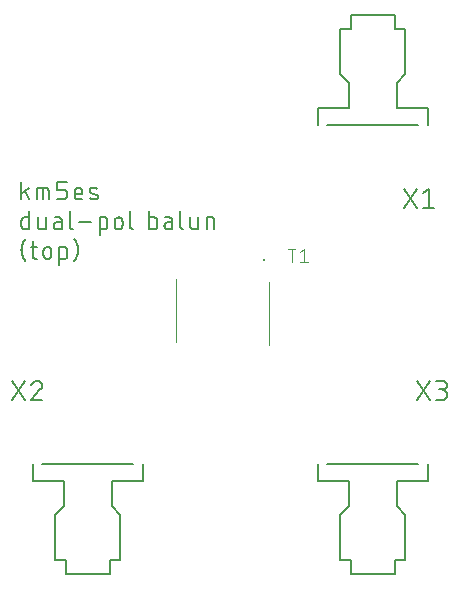
<source format=gbr>
G04 EAGLE Gerber RS-274X export*
G75*
%MOIN*%
%FSLAX34Y34*%
%LPD*%
%INSilkscreen Top*%
%IPPOS*%
%AMOC8*
5,1,8,0,0,1.08239X$1,22.5*%
G01*
%ADD10C,0.007000*%
%ADD11C,0.003937*%
%ADD12C,0.003937*%
%ADD13C,0.004000*%
%ADD14C,0.008000*%
%ADD15C,0.006000*%


D10*
X785Y8765D02*
X785Y9355D01*
X1047Y9158D02*
X785Y8962D01*
X900Y9044D02*
X1047Y8765D01*
X1297Y8765D02*
X1297Y9158D01*
X1592Y9158D01*
X1609Y9157D01*
X1626Y9152D01*
X1641Y9145D01*
X1655Y9135D01*
X1667Y9123D01*
X1677Y9109D01*
X1684Y9094D01*
X1689Y9077D01*
X1690Y9060D01*
X1691Y9060D02*
X1691Y8765D01*
X1494Y8765D02*
X1494Y9158D01*
X1974Y8765D02*
X2170Y8765D01*
X2190Y8767D01*
X2210Y8771D01*
X2229Y8779D01*
X2247Y8790D01*
X2263Y8803D01*
X2276Y8819D01*
X2287Y8837D01*
X2295Y8856D01*
X2299Y8876D01*
X2301Y8896D01*
X2302Y8896D02*
X2302Y8962D01*
X2301Y8962D02*
X2299Y8982D01*
X2295Y9002D01*
X2287Y9021D01*
X2276Y9039D01*
X2263Y9055D01*
X2247Y9068D01*
X2229Y9079D01*
X2210Y9087D01*
X2190Y9091D01*
X2170Y9093D01*
X1974Y9093D01*
X1974Y9355D01*
X2302Y9355D01*
X2651Y8765D02*
X2815Y8765D01*
X2651Y8765D02*
X2634Y8766D01*
X2617Y8771D01*
X2602Y8778D01*
X2588Y8788D01*
X2576Y8800D01*
X2566Y8814D01*
X2559Y8829D01*
X2554Y8846D01*
X2553Y8863D01*
X2553Y9027D01*
X2555Y9049D01*
X2560Y9070D01*
X2569Y9089D01*
X2581Y9107D01*
X2595Y9123D01*
X2612Y9137D01*
X2631Y9147D01*
X2652Y9154D01*
X2673Y9158D01*
X2695Y9158D01*
X2716Y9154D01*
X2737Y9147D01*
X2756Y9137D01*
X2773Y9123D01*
X2787Y9107D01*
X2799Y9089D01*
X2808Y9070D01*
X2813Y9049D01*
X2815Y9027D01*
X2815Y8962D01*
X2553Y8962D01*
X3109Y8994D02*
X3273Y8929D01*
X3109Y8994D02*
X3095Y9002D01*
X3081Y9012D01*
X3071Y9025D01*
X3063Y9040D01*
X3058Y9056D01*
X3056Y9073D01*
X3058Y9090D01*
X3063Y9106D01*
X3071Y9121D01*
X3081Y9134D01*
X3094Y9144D01*
X3109Y9152D01*
X3125Y9157D01*
X3142Y9158D01*
X3180Y9155D01*
X3218Y9149D01*
X3254Y9139D01*
X3290Y9125D01*
X3273Y8929D02*
X3287Y8921D01*
X3301Y8911D01*
X3311Y8898D01*
X3319Y8883D01*
X3324Y8867D01*
X3326Y8850D01*
X3324Y8833D01*
X3319Y8817D01*
X3311Y8802D01*
X3301Y8789D01*
X3288Y8779D01*
X3273Y8771D01*
X3257Y8766D01*
X3240Y8765D01*
X3194Y8768D01*
X3149Y8774D01*
X3104Y8784D01*
X3060Y8798D01*
X1047Y8365D02*
X1047Y7775D01*
X883Y7775D01*
X866Y7776D01*
X849Y7781D01*
X834Y7788D01*
X820Y7798D01*
X808Y7810D01*
X798Y7824D01*
X791Y7839D01*
X786Y7856D01*
X785Y7873D01*
X785Y8070D01*
X786Y8087D01*
X791Y8104D01*
X798Y8119D01*
X808Y8133D01*
X820Y8145D01*
X834Y8155D01*
X849Y8162D01*
X866Y8167D01*
X883Y8168D01*
X1047Y8168D01*
X1335Y8168D02*
X1335Y7873D01*
X1336Y7856D01*
X1341Y7839D01*
X1348Y7824D01*
X1358Y7810D01*
X1370Y7798D01*
X1384Y7788D01*
X1399Y7781D01*
X1416Y7776D01*
X1433Y7775D01*
X1597Y7775D01*
X1597Y8168D01*
X1973Y8004D02*
X2120Y8004D01*
X1973Y8005D02*
X1953Y8003D01*
X1934Y7998D01*
X1916Y7990D01*
X1899Y7978D01*
X1885Y7964D01*
X1873Y7948D01*
X1865Y7929D01*
X1860Y7910D01*
X1858Y7890D01*
X1860Y7870D01*
X1865Y7851D01*
X1873Y7833D01*
X1885Y7816D01*
X1899Y7802D01*
X1915Y7790D01*
X1934Y7782D01*
X1953Y7777D01*
X1973Y7775D01*
X2120Y7775D01*
X2120Y8070D01*
X2119Y8087D01*
X2114Y8104D01*
X2107Y8119D01*
X2097Y8133D01*
X2085Y8145D01*
X2071Y8155D01*
X2056Y8162D01*
X2039Y8167D01*
X2022Y8168D01*
X1891Y8168D01*
X2395Y8365D02*
X2395Y7873D01*
X2396Y7856D01*
X2401Y7839D01*
X2408Y7824D01*
X2418Y7810D01*
X2430Y7798D01*
X2444Y7788D01*
X2459Y7781D01*
X2476Y7776D01*
X2493Y7775D01*
X2713Y8004D02*
X3106Y8004D01*
X3386Y8168D02*
X3386Y7578D01*
X3386Y8168D02*
X3550Y8168D01*
X3569Y8166D01*
X3588Y8161D01*
X3604Y8151D01*
X3619Y8139D01*
X3631Y8124D01*
X3641Y8108D01*
X3646Y8089D01*
X3648Y8070D01*
X3648Y7873D01*
X3647Y7856D01*
X3642Y7839D01*
X3635Y7824D01*
X3625Y7810D01*
X3613Y7798D01*
X3599Y7788D01*
X3584Y7781D01*
X3567Y7776D01*
X3550Y7775D01*
X3386Y7775D01*
X3890Y7906D02*
X3890Y8037D01*
X3892Y8059D01*
X3897Y8080D01*
X3906Y8099D01*
X3918Y8117D01*
X3932Y8133D01*
X3949Y8147D01*
X3968Y8157D01*
X3989Y8164D01*
X4010Y8168D01*
X4032Y8168D01*
X4053Y8164D01*
X4074Y8157D01*
X4093Y8147D01*
X4110Y8133D01*
X4124Y8117D01*
X4136Y8099D01*
X4145Y8080D01*
X4150Y8059D01*
X4152Y8037D01*
X4152Y7906D01*
X4150Y7884D01*
X4145Y7863D01*
X4136Y7844D01*
X4124Y7826D01*
X4110Y7810D01*
X4093Y7796D01*
X4074Y7786D01*
X4053Y7779D01*
X4032Y7775D01*
X4010Y7775D01*
X3989Y7779D01*
X3968Y7786D01*
X3949Y7796D01*
X3932Y7810D01*
X3918Y7826D01*
X3906Y7844D01*
X3897Y7863D01*
X3892Y7884D01*
X3890Y7906D01*
X4404Y7873D02*
X4404Y8365D01*
X4404Y7873D02*
X4405Y7856D01*
X4410Y7839D01*
X4417Y7824D01*
X4427Y7810D01*
X4439Y7798D01*
X4453Y7788D01*
X4468Y7781D01*
X4485Y7776D01*
X4502Y7775D01*
X5044Y7775D02*
X5044Y8365D01*
X5044Y7775D02*
X5208Y7775D01*
X5227Y7777D01*
X5246Y7782D01*
X5262Y7792D01*
X5277Y7804D01*
X5289Y7819D01*
X5299Y7835D01*
X5304Y7854D01*
X5306Y7873D01*
X5307Y7873D02*
X5307Y8070D01*
X5306Y8070D02*
X5305Y8087D01*
X5300Y8104D01*
X5293Y8119D01*
X5283Y8133D01*
X5271Y8145D01*
X5257Y8155D01*
X5242Y8162D01*
X5225Y8167D01*
X5208Y8168D01*
X5044Y8168D01*
X5660Y8004D02*
X5807Y8004D01*
X5660Y8005D02*
X5640Y8003D01*
X5621Y7998D01*
X5603Y7990D01*
X5586Y7978D01*
X5572Y7964D01*
X5560Y7948D01*
X5552Y7929D01*
X5547Y7910D01*
X5545Y7890D01*
X5547Y7870D01*
X5552Y7851D01*
X5560Y7833D01*
X5572Y7816D01*
X5586Y7802D01*
X5603Y7790D01*
X5621Y7782D01*
X5640Y7777D01*
X5660Y7775D01*
X5807Y7775D01*
X5807Y8070D01*
X5806Y8087D01*
X5801Y8104D01*
X5794Y8119D01*
X5784Y8133D01*
X5772Y8145D01*
X5758Y8155D01*
X5743Y8162D01*
X5726Y8167D01*
X5709Y8168D01*
X5578Y8168D01*
X6082Y8365D02*
X6082Y7873D01*
X6083Y7856D01*
X6088Y7839D01*
X6095Y7824D01*
X6105Y7810D01*
X6117Y7798D01*
X6131Y7788D01*
X6146Y7781D01*
X6163Y7776D01*
X6180Y7775D01*
X6407Y7873D02*
X6407Y8168D01*
X6407Y7873D02*
X6408Y7856D01*
X6413Y7839D01*
X6420Y7824D01*
X6430Y7810D01*
X6442Y7798D01*
X6456Y7788D01*
X6471Y7781D01*
X6488Y7776D01*
X6505Y7775D01*
X6669Y7775D01*
X6669Y8168D01*
X6953Y8168D02*
X6953Y7775D01*
X6953Y8168D02*
X7117Y8168D01*
X7136Y8166D01*
X7155Y8161D01*
X7171Y8151D01*
X7186Y8139D01*
X7198Y8124D01*
X7208Y8108D01*
X7213Y8089D01*
X7215Y8070D01*
X7215Y7775D01*
X916Y7440D02*
X889Y7406D01*
X866Y7370D01*
X845Y7332D01*
X827Y7292D01*
X812Y7251D01*
X800Y7209D01*
X792Y7167D01*
X787Y7123D01*
X785Y7080D01*
X787Y7037D01*
X792Y6993D01*
X800Y6951D01*
X812Y6909D01*
X827Y6868D01*
X845Y6828D01*
X866Y6790D01*
X889Y6754D01*
X916Y6720D01*
X1097Y7178D02*
X1293Y7178D01*
X1162Y7375D02*
X1162Y6883D01*
X1163Y6866D01*
X1168Y6849D01*
X1175Y6834D01*
X1185Y6820D01*
X1197Y6808D01*
X1211Y6798D01*
X1226Y6791D01*
X1243Y6786D01*
X1260Y6785D01*
X1293Y6785D01*
X1518Y6916D02*
X1518Y7047D01*
X1520Y7069D01*
X1525Y7090D01*
X1534Y7109D01*
X1546Y7127D01*
X1560Y7143D01*
X1577Y7157D01*
X1596Y7167D01*
X1617Y7174D01*
X1638Y7178D01*
X1660Y7178D01*
X1681Y7174D01*
X1702Y7167D01*
X1721Y7157D01*
X1738Y7143D01*
X1752Y7127D01*
X1764Y7109D01*
X1773Y7090D01*
X1778Y7069D01*
X1780Y7047D01*
X1780Y6916D01*
X1778Y6894D01*
X1773Y6873D01*
X1764Y6854D01*
X1752Y6836D01*
X1738Y6820D01*
X1721Y6806D01*
X1702Y6796D01*
X1681Y6789D01*
X1660Y6785D01*
X1638Y6785D01*
X1617Y6789D01*
X1596Y6796D01*
X1577Y6806D01*
X1560Y6820D01*
X1546Y6836D01*
X1534Y6854D01*
X1525Y6873D01*
X1520Y6894D01*
X1518Y6916D01*
X2048Y7178D02*
X2048Y6588D01*
X2048Y7178D02*
X2212Y7178D01*
X2231Y7176D01*
X2250Y7171D01*
X2266Y7161D01*
X2281Y7149D01*
X2293Y7134D01*
X2303Y7118D01*
X2308Y7099D01*
X2310Y7080D01*
X2310Y6883D01*
X2309Y6866D01*
X2304Y6849D01*
X2297Y6834D01*
X2287Y6820D01*
X2275Y6808D01*
X2261Y6798D01*
X2246Y6791D01*
X2229Y6786D01*
X2212Y6785D01*
X2048Y6785D01*
X2537Y6720D02*
X2564Y6754D01*
X2587Y6790D01*
X2608Y6828D01*
X2626Y6868D01*
X2641Y6909D01*
X2653Y6951D01*
X2661Y6993D01*
X2666Y7037D01*
X2668Y7080D01*
X2666Y7123D01*
X2661Y7167D01*
X2653Y7209D01*
X2641Y7251D01*
X2626Y7292D01*
X2608Y7332D01*
X2587Y7370D01*
X2564Y7406D01*
X2537Y7440D01*
D11*
X9049Y6000D02*
X9049Y3900D01*
X5951Y4016D02*
X5951Y6100D01*
D12*
X8878Y6772D03*
D11*
X8876Y6780D01*
X8872Y6786D01*
X8866Y6790D01*
X8858Y6792D01*
X8850Y6790D01*
X8844Y6786D01*
X8840Y6780D01*
X8838Y6772D01*
D12*
X8839Y6772D03*
D11*
X8838Y6772D02*
X8840Y6764D01*
X8844Y6758D01*
X8850Y6754D01*
X8858Y6752D01*
X8866Y6754D01*
X8872Y6758D01*
X8876Y6764D01*
X8878Y6772D01*
D13*
X9790Y6666D02*
X9790Y7126D01*
X9662Y7126D02*
X9918Y7126D01*
X10082Y7023D02*
X10210Y7126D01*
X10210Y6666D01*
X10082Y6666D02*
X10338Y6666D01*
D14*
X10669Y11810D02*
X11713Y11810D01*
X11713Y12657D01*
X11417Y12952D01*
X11417Y14448D01*
X11752Y14448D01*
X11752Y14911D01*
X13248Y14911D01*
X13248Y14448D01*
X13583Y14448D01*
X13583Y12952D01*
X13287Y12657D01*
X13287Y11810D01*
X14331Y11810D01*
X14016Y11239D02*
X10984Y11239D01*
X14331Y11239D02*
X14331Y11810D01*
X10669Y11810D02*
X10669Y11239D01*
D15*
X13957Y9120D02*
X13530Y8480D01*
X13957Y8480D02*
X13530Y9120D01*
X14181Y8978D02*
X14359Y9120D01*
X14359Y8480D01*
X14181Y8480D02*
X14537Y8480D01*
D14*
X14331Y-610D02*
X13287Y-610D01*
X13287Y-1457D01*
X13583Y-1752D01*
X13583Y-3248D01*
X13248Y-3248D01*
X13248Y-3711D01*
X11752Y-3711D01*
X11752Y-3248D01*
X11417Y-3248D01*
X11417Y-1752D01*
X11713Y-1457D01*
X11713Y-610D01*
X10669Y-610D01*
X10984Y-39D02*
X14016Y-39D01*
X10669Y-39D02*
X10669Y-610D01*
X14331Y-610D02*
X14331Y-39D01*
D15*
X13963Y2080D02*
X14390Y2720D01*
X13963Y2720D02*
X14390Y2080D01*
X14614Y2080D02*
X14792Y2080D01*
X14817Y2082D01*
X14842Y2087D01*
X14866Y2096D01*
X14888Y2108D01*
X14909Y2123D01*
X14927Y2141D01*
X14942Y2162D01*
X14954Y2184D01*
X14963Y2208D01*
X14968Y2233D01*
X14970Y2258D01*
X14968Y2283D01*
X14963Y2308D01*
X14954Y2332D01*
X14942Y2354D01*
X14927Y2375D01*
X14909Y2393D01*
X14888Y2408D01*
X14866Y2420D01*
X14842Y2429D01*
X14817Y2434D01*
X14792Y2436D01*
X14828Y2720D02*
X14614Y2720D01*
X14828Y2720D02*
X14850Y2718D01*
X14872Y2713D01*
X14892Y2705D01*
X14911Y2693D01*
X14928Y2678D01*
X14943Y2661D01*
X14955Y2642D01*
X14963Y2622D01*
X14968Y2600D01*
X14970Y2578D01*
X14968Y2556D01*
X14963Y2534D01*
X14955Y2514D01*
X14943Y2495D01*
X14928Y2478D01*
X14911Y2463D01*
X14892Y2451D01*
X14872Y2443D01*
X14850Y2438D01*
X14828Y2436D01*
X14686Y2436D01*
D14*
X4831Y-610D02*
X3787Y-610D01*
X3787Y-1457D01*
X4083Y-1752D01*
X4083Y-3248D01*
X3748Y-3248D01*
X3748Y-3711D01*
X2252Y-3711D01*
X2252Y-3248D01*
X1917Y-3248D01*
X1917Y-1752D01*
X2213Y-1457D01*
X2213Y-610D01*
X1169Y-610D01*
X1484Y-39D02*
X4516Y-39D01*
X1169Y-39D02*
X1169Y-610D01*
X4831Y-610D02*
X4831Y-39D01*
D15*
X890Y2720D02*
X463Y2080D01*
X890Y2080D02*
X463Y2720D01*
X1310Y2720D02*
X1333Y2718D01*
X1355Y2714D01*
X1376Y2706D01*
X1397Y2695D01*
X1415Y2681D01*
X1431Y2665D01*
X1445Y2647D01*
X1456Y2626D01*
X1464Y2605D01*
X1468Y2583D01*
X1470Y2560D01*
X1310Y2720D02*
X1284Y2718D01*
X1259Y2714D01*
X1234Y2706D01*
X1211Y2694D01*
X1189Y2681D01*
X1169Y2664D01*
X1151Y2645D01*
X1136Y2624D01*
X1124Y2602D01*
X1114Y2577D01*
X1417Y2435D02*
X1432Y2453D01*
X1446Y2472D01*
X1456Y2492D01*
X1464Y2514D01*
X1468Y2537D01*
X1470Y2560D01*
X1417Y2436D02*
X1114Y2080D01*
X1470Y2080D01*
M02*

</source>
